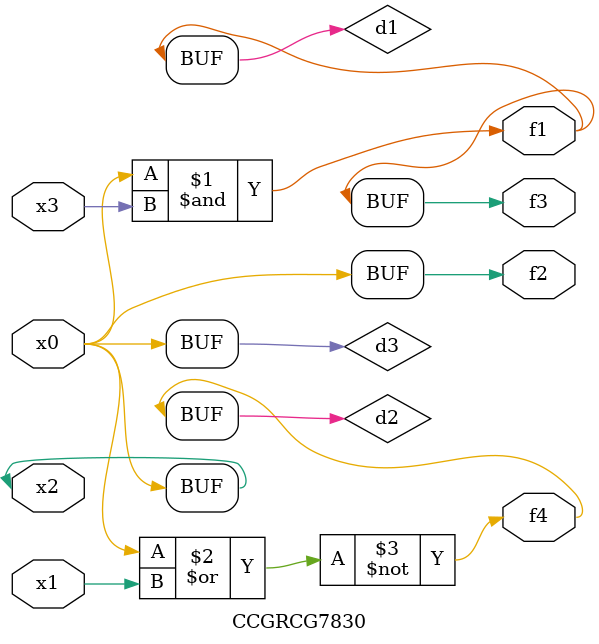
<source format=v>
module CCGRCG7830(
	input x0, x1, x2, x3,
	output f1, f2, f3, f4
);

	wire d1, d2, d3;

	and (d1, x2, x3);
	nor (d2, x0, x1);
	buf (d3, x0, x2);
	assign f1 = d1;
	assign f2 = d3;
	assign f3 = d1;
	assign f4 = d2;
endmodule

</source>
